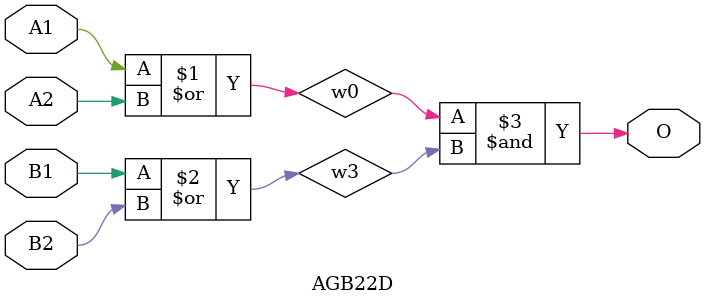
<source format=v>
module AGB22D(A1, A2, B1, B2, O);
input   A1;
input   A2;
input   B1;
input   B2;
output  O;
or g0(w0, A1, A2);
or g1(w3, B1, B2);
and g2(O, w0, w3);
endmodule
</source>
